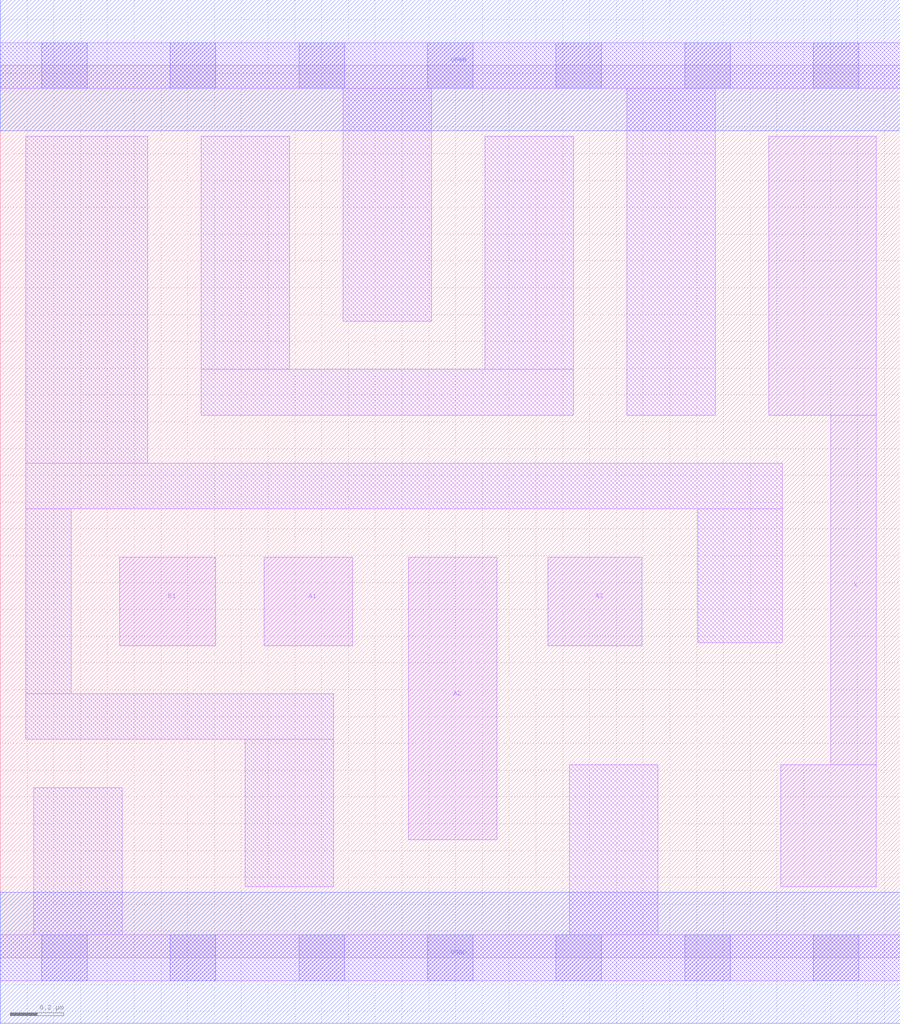
<source format=lef>
# Copyright 2020 The SkyWater PDK Authors
#
# Licensed under the Apache License, Version 2.0 (the "License");
# you may not use this file except in compliance with the License.
# You may obtain a copy of the License at
#
#     https://www.apache.org/licenses/LICENSE-2.0
#
# Unless required by applicable law or agreed to in writing, software
# distributed under the License is distributed on an "AS IS" BASIS,
# WITHOUT WARRANTIES OR CONDITIONS OF ANY KIND, either express or implied.
# See the License for the specific language governing permissions and
# limitations under the License.
#
# SPDX-License-Identifier: Apache-2.0

VERSION 5.7 ;
  NOWIREEXTENSIONATPIN ON ;
  DIVIDERCHAR "/" ;
  BUSBITCHARS "[]" ;
UNITS
  DATABASE MICRONS 200 ;
END UNITS
MACRO sky130_fd_sc_lp__a31o_lp
  CLASS CORE ;
  FOREIGN sky130_fd_sc_lp__a31o_lp ;
  ORIGIN  0.000000  0.000000 ;
  SIZE  3.360000 BY  3.330000 ;
  SYMMETRY X Y R90 ;
  SITE unit ;
  PIN A1
    ANTENNAGATEAREA  0.313000 ;
    DIRECTION INPUT ;
    USE SIGNAL ;
    PORT
      LAYER li1 ;
        RECT 0.985000 1.165000 1.315000 1.495000 ;
    END
  END A1
  PIN A2
    ANTENNAGATEAREA  0.313000 ;
    DIRECTION INPUT ;
    USE SIGNAL ;
    PORT
      LAYER li1 ;
        RECT 1.525000 0.440000 1.855000 1.495000 ;
    END
  END A2
  PIN A3
    ANTENNAGATEAREA  0.313000 ;
    DIRECTION INPUT ;
    USE SIGNAL ;
    PORT
      LAYER li1 ;
        RECT 2.045000 1.165000 2.395000 1.495000 ;
    END
  END A3
  PIN B1
    ANTENNAGATEAREA  0.376000 ;
    DIRECTION INPUT ;
    USE SIGNAL ;
    PORT
      LAYER li1 ;
        RECT 0.445000 1.165000 0.805000 1.495000 ;
    END
  END B1
  PIN X
    ANTENNADIFFAREA  0.404700 ;
    DIRECTION OUTPUT ;
    USE SIGNAL ;
    PORT
      LAYER li1 ;
        RECT 2.870000 2.025000 3.270000 3.065000 ;
        RECT 2.915000 0.265000 3.270000 0.720000 ;
        RECT 3.100000 0.720000 3.270000 2.025000 ;
    END
  END X
  PIN VGND
    DIRECTION INOUT ;
    USE GROUND ;
    PORT
      LAYER met1 ;
        RECT 0.000000 -0.245000 3.360000 0.245000 ;
    END
  END VGND
  PIN VPWR
    DIRECTION INOUT ;
    USE POWER ;
    PORT
      LAYER met1 ;
        RECT 0.000000 3.085000 3.360000 3.575000 ;
    END
  END VPWR
  OBS
    LAYER li1 ;
      RECT 0.000000 -0.085000 3.360000 0.085000 ;
      RECT 0.000000  3.245000 3.360000 3.415000 ;
      RECT 0.095000  0.815000 1.245000 0.985000 ;
      RECT 0.095000  0.985000 0.265000 1.675000 ;
      RECT 0.095000  1.675000 2.920000 1.845000 ;
      RECT 0.095000  1.845000 0.550000 3.065000 ;
      RECT 0.125000  0.085000 0.455000 0.635000 ;
      RECT 0.750000  2.025000 2.140000 2.195000 ;
      RECT 0.750000  2.195000 1.080000 3.065000 ;
      RECT 0.915000  0.265000 1.245000 0.815000 ;
      RECT 1.280000  2.375000 1.610000 3.245000 ;
      RECT 1.810000  2.195000 2.140000 3.065000 ;
      RECT 2.125000  0.085000 2.455000 0.720000 ;
      RECT 2.340000  2.025000 2.670000 3.245000 ;
      RECT 2.605000  1.175000 2.920000 1.675000 ;
    LAYER mcon ;
      RECT 0.155000 -0.085000 0.325000 0.085000 ;
      RECT 0.155000  3.245000 0.325000 3.415000 ;
      RECT 0.635000 -0.085000 0.805000 0.085000 ;
      RECT 0.635000  3.245000 0.805000 3.415000 ;
      RECT 1.115000 -0.085000 1.285000 0.085000 ;
      RECT 1.115000  3.245000 1.285000 3.415000 ;
      RECT 1.595000 -0.085000 1.765000 0.085000 ;
      RECT 1.595000  3.245000 1.765000 3.415000 ;
      RECT 2.075000 -0.085000 2.245000 0.085000 ;
      RECT 2.075000  3.245000 2.245000 3.415000 ;
      RECT 2.555000 -0.085000 2.725000 0.085000 ;
      RECT 2.555000  3.245000 2.725000 3.415000 ;
      RECT 3.035000 -0.085000 3.205000 0.085000 ;
      RECT 3.035000  3.245000 3.205000 3.415000 ;
  END
END sky130_fd_sc_lp__a31o_lp
END LIBRARY

</source>
